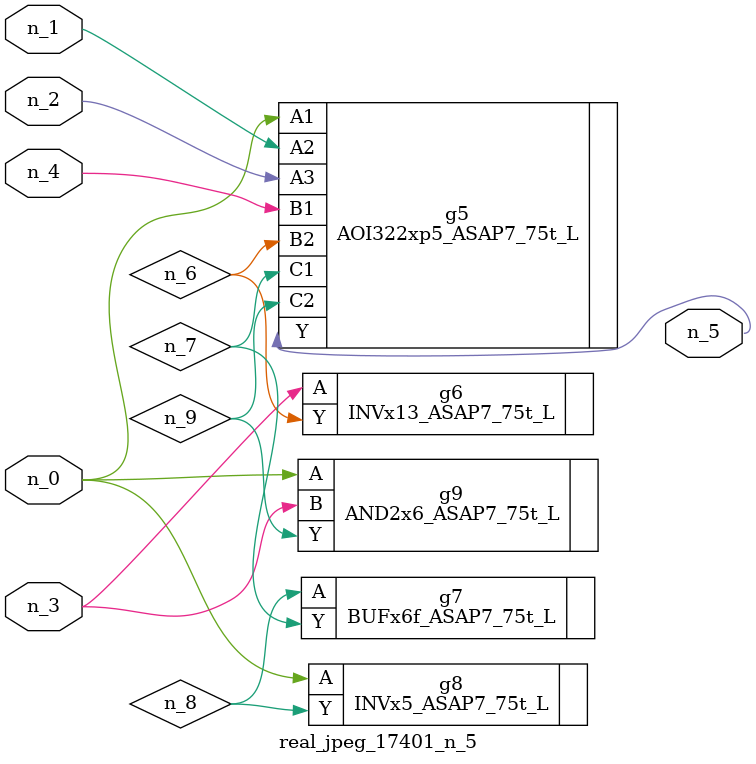
<source format=v>
module real_jpeg_17401_n_5 (n_4, n_0, n_1, n_2, n_3, n_5);

input n_4;
input n_0;
input n_1;
input n_2;
input n_3;

output n_5;

wire n_8;
wire n_6;
wire n_7;
wire n_9;

AOI322xp5_ASAP7_75t_L g5 ( 
.A1(n_0),
.A2(n_1),
.A3(n_2),
.B1(n_4),
.B2(n_6),
.C1(n_7),
.C2(n_9),
.Y(n_5)
);

INVx5_ASAP7_75t_L g8 ( 
.A(n_0),
.Y(n_8)
);

AND2x6_ASAP7_75t_L g9 ( 
.A(n_0),
.B(n_3),
.Y(n_9)
);

INVx13_ASAP7_75t_L g6 ( 
.A(n_3),
.Y(n_6)
);

BUFx6f_ASAP7_75t_L g7 ( 
.A(n_8),
.Y(n_7)
);


endmodule
</source>
